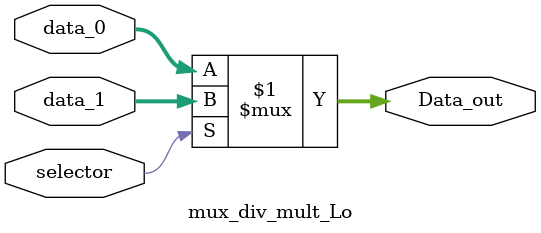
<source format=v>
module mux_div_mult_Lo (
    input wire selector,
    input wire [31:0] data_0,
    input wire [31:0] data_1,
    output wire [31:0] Data_out
);
    assign Data_out = (selector) ? data_1 : data_0;
    
endmodule

</source>
